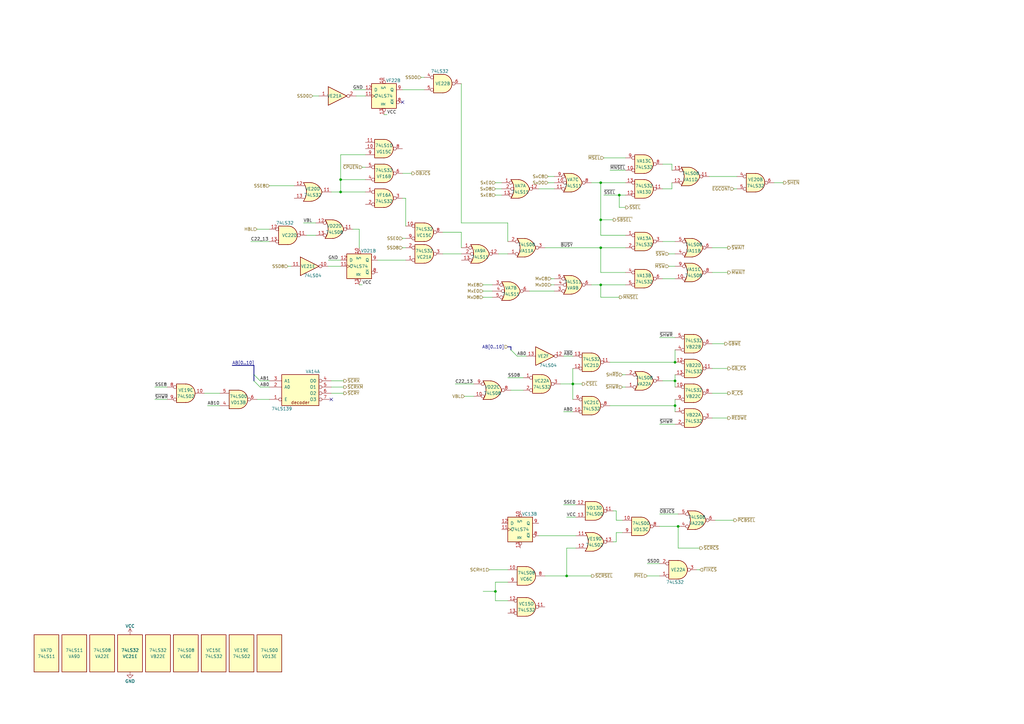
<source format=kicad_sch>
(kicad_sch (version 20231120) (generator "eeschema") (generator_version "8.0")
  (paper "A3")
  (title_block (date "2024-10-12") (company "JOTEGO") (comment 1 "Jose Tejada"))
  (lib_symbols
    (symbol "74xx:74LS04"
      (property "Reference" "U" (at 0 1.27 0))
      (property "Value" "74LS04" (at 0 -1.27 0))
      (symbol "74LS04_1_0"
        (pin input line (at -7.62 0 0) (length 3.81) (name "~") (number "1"))
        (pin output inverted (at 7.62 0 180) (length 3.81) (name "~") (number "2"))
      )
      (symbol "74LS04_2_0"
        (pin input line (at -7.62 0 0) (length 3.81) (name "~") (number "3"))
        (pin output inverted (at 7.62 0 180) (length 3.81) (name "~") (number "4"))
      )
      (symbol "74LS04_3_0"
        (pin input line (at -7.62 0 0) (length 3.81) (name "~") (number "5"))
        (pin output inverted (at 7.62 0 180) (length 3.81) (name "~") (number "6"))
      )
      (symbol "74LS04_4_0"
        (pin output inverted (at 7.62 0 180) (length 3.81) (name "~") (number "8"))
        (pin input line (at -7.62 0 0) (length 3.81) (name "~") (number "9"))
      )
      (symbol "74LS04_5_0"
        (pin output inverted (at 7.62 0 180) (length 3.81) (name "~") (number "10"))
        (pin input line (at -7.62 0 0) (length 3.81) (name "~") (number "11"))
      )
      (symbol "74LS04_6_0"
        (pin output inverted (at 7.62 0 180) (length 3.81) (name "~") (number "12"))
        (pin input line (at -7.62 0 0) (length 3.81) (name "~") (number "13"))
      )
      (symbol "74LS04_7_0"
        (pin power_in line (at 0 12.7 270) (length 5.08) (name "VCC") (number "14"))
        (pin power_in line (at 0 -12.7 90) (length 5.08) (name "GND") (number "7"))
      )
    )
    (symbol "jt74:74LS00" (pin_names (offset 1.016))
      (property "Reference" "U" (at 0 1.27 0))
      (property "Value" "74LS00" (at 0 -1.27 0))
      (symbol "74LS00_1_1"
        (pin input line (at -7.62 2.54 0) (length 3.81) (name "~") (number "1"))
        (pin input line (at -7.62 -2.54 0) (length 3.81) (name "~") (number "2"))
        (pin output inverted (at 7.62 0 180) (length 3.81) (name "~") (number "3"))
      )
      (symbol "74LS00_1_2"
        (pin input inverted (at -7.62 2.54 0) (length 4.318) (name "~") (number "1"))
        (pin input inverted (at -7.62 -2.54 0) (length 4.318) (name "~") (number "2"))
        (pin output line (at 7.62 0 180) (length 3.81) (name "~") (number "3"))
      )
      (symbol "74LS00_2_1"
        (pin input line (at -7.62 2.54 0) (length 3.81) (name "~") (number "4"))
        (pin input line (at -7.62 -2.54 0) (length 3.81) (name "~") (number "5"))
        (pin output inverted (at 7.62 0 180) (length 3.81) (name "~") (number "6"))
      )
      (symbol "74LS00_2_2"
        (pin input inverted (at -7.62 2.54 0) (length 4.318) (name "~") (number "4"))
        (pin input inverted (at -7.62 -2.54 0) (length 4.318) (name "~") (number "5"))
        (pin output line (at 7.62 0 180) (length 3.81) (name "~") (number "6"))
      )
      (symbol "74LS00_3_1"
        (pin input line (at -7.62 -2.54 0) (length 3.81) (name "~") (number "10"))
        (pin output inverted (at 7.62 0 180) (length 3.81) (name "~") (number "8"))
        (pin input line (at -7.62 2.54 0) (length 3.81) (name "~") (number "9"))
      )
      (symbol "74LS00_3_2"
        (pin input inverted (at -7.62 -2.54 0) (length 4.318) (name "~") (number "10"))
        (pin output line (at 7.62 0 180) (length 3.81) (name "~") (number "8"))
        (pin input inverted (at -7.62 2.54 0) (length 4.318) (name "~") (number "9"))
      )
      (symbol "74LS00_4_1"
        (pin output inverted (at 7.62 0 180) (length 3.81) (name "~") (number "11"))
        (pin input line (at -7.62 2.54 0) (length 3.81) (name "~") (number "12"))
        (pin input line (at -7.62 -2.54 0) (length 3.81) (name "~") (number "13"))
      )
      (symbol "74LS00_4_2"
        (pin output line (at 7.62 0 180) (length 3.81) (name "~") (number "11"))
        (pin input inverted (at -7.62 2.54 0) (length 4.318) (name "~") (number "12"))
        (pin input inverted (at -7.62 -2.54 0) (length 4.318) (name "~") (number "13"))
      )
      (symbol "74LS00_5_0"
        (pin power_in line (at 0 7.62 270) (length 5.08) hide (name "VCC") (number "14"))
        (pin power_in line (at 0 -7.62 90) (length 5.08) hide (name "VSS") (number "7"))
      )
    )
    (symbol "jt74:74LS02" (pin_names (offset 1.016))
      (property "Reference" "U" (at 0 1.27 0))
      (property "Value" "74LS02" (at 0 -1.27 0))
      (symbol "74LS02_1_1"
        (pin output inverted (at 7.62 0 180) (length 3.81) (name "~") (number "1"))
        (pin input line (at -7.62 2.54 0) (length 4.318) (name "~") (number "2"))
        (pin input line (at -7.62 -2.54 0) (length 4.318) (name "~") (number "3"))
      )
      (symbol "74LS02_1_2"
        (pin output line (at 7.62 0 180) (length 3.81) (name "~") (number "1"))
        (pin input inverted (at -7.62 2.54 0) (length 3.81) (name "~") (number "2"))
        (pin input inverted (at -7.62 -2.54 0) (length 3.81) (name "~") (number "3"))
      )
      (symbol "74LS02_2_1"
        (pin output inverted (at 7.62 0 180) (length 3.81) (name "~") (number "4"))
        (pin input line (at -7.62 2.54 0) (length 4.318) (name "~") (number "5"))
        (pin input line (at -7.62 -2.54 0) (length 4.318) (name "~") (number "6"))
      )
      (symbol "74LS02_2_2"
        (pin output line (at 7.62 0 180) (length 3.81) (name "~") (number "4"))
        (pin input inverted (at -7.62 2.54 0) (length 3.81) (name "~") (number "5"))
        (pin input inverted (at -7.62 -2.54 0) (length 3.81) (name "~") (number "6"))
      )
      (symbol "74LS02_3_1"
        (pin output inverted (at 7.62 0 180) (length 3.81) (name "~") (number "10"))
        (pin input line (at -7.62 2.54 0) (length 4.318) (name "~") (number "8"))
        (pin input line (at -7.62 -2.54 0) (length 4.318) (name "~") (number "9"))
      )
      (symbol "74LS02_3_2"
        (pin output line (at 7.62 0 180) (length 3.81) (name "~") (number "10"))
        (pin input inverted (at -7.62 2.54 0) (length 3.81) (name "~") (number "8"))
        (pin input inverted (at -7.62 -2.54 0) (length 3.81) (name "~") (number "9"))
      )
      (symbol "74LS02_4_1"
        (pin input line (at -7.62 2.54 0) (length 4.318) (name "~") (number "11"))
        (pin input line (at -7.62 -2.54 0) (length 4.318) (name "~") (number "12"))
        (pin output inverted (at 7.62 0 180) (length 3.81) (name "~") (number "13"))
      )
      (symbol "74LS02_4_2"
        (pin input inverted (at -7.62 2.54 0) (length 3.81) (name "~") (number "11"))
        (pin input inverted (at -7.62 -2.54 0) (length 3.81) (name "~") (number "12"))
        (pin output line (at 7.62 0 180) (length 3.81) (name "~") (number "13"))
      )
      (symbol "74LS02_5_0"
        (pin power_in line (at 0 7.62 270) (length 5.08) hide (name "VCC") (number "14"))
        (pin power_in line (at 0 -7.62 90) (length 5.08) hide (name "VSS") (number "7"))
      )
    )
    (symbol "jt74:74LS08" (pin_names (offset 1.016))
      (property "Reference" "U" (at 0 1.27 0))
      (property "Value" "74LS08" (at 0 -1.27 0))
      (symbol "74LS08_1_1"
        (pin input line (at -7.62 2.54 0) (length 3.81) (name "~") (number "1"))
        (pin input line (at -7.62 -2.54 0) (length 3.81) (name "~") (number "2"))
        (pin output line (at 7.62 0 180) (length 3.81) (name "~") (number "3"))
      )
      (symbol "74LS08_1_2"
        (pin input inverted (at -7.62 2.54 0) (length 4.318) (name "~") (number "1"))
        (pin input inverted (at -7.62 -2.54 0) (length 4.318) (name "~") (number "2"))
        (pin output inverted (at 7.62 0 180) (length 3.81) (name "~") (number "3"))
      )
      (symbol "74LS08_2_1"
        (pin input line (at -7.62 2.54 0) (length 3.81) (name "~") (number "4"))
        (pin input line (at -7.62 -2.54 0) (length 3.81) (name "~") (number "5"))
        (pin output line (at 7.62 0 180) (length 3.81) (name "~") (number "6"))
      )
      (symbol "74LS08_2_2"
        (pin input inverted (at -7.62 2.54 0) (length 4.318) (name "~") (number "4"))
        (pin input inverted (at -7.62 -2.54 0) (length 4.318) (name "~") (number "5"))
        (pin output inverted (at 7.62 0 180) (length 3.81) (name "~") (number "6"))
      )
      (symbol "74LS08_3_1"
        (pin input line (at -7.62 -2.54 0) (length 3.81) (name "~") (number "10"))
        (pin output line (at 7.62 0 180) (length 3.81) (name "~") (number "8"))
        (pin input line (at -7.62 2.54 0) (length 3.81) (name "~") (number "9"))
      )
      (symbol "74LS08_3_2"
        (pin input inverted (at -7.62 -2.54 0) (length 4.318) (name "~") (number "10"))
        (pin output inverted (at 7.62 0 180) (length 3.81) (name "~") (number "8"))
        (pin input inverted (at -7.62 2.54 0) (length 4.318) (name "~") (number "9"))
      )
      (symbol "74LS08_4_1"
        (pin output line (at 7.62 0 180) (length 3.81) (name "~") (number "11"))
        (pin input line (at -7.62 2.54 0) (length 3.81) (name "~") (number "12"))
        (pin input line (at -7.62 -2.54 0) (length 3.81) (name "~") (number "13"))
      )
      (symbol "74LS08_4_2"
        (pin output inverted (at 7.62 0 180) (length 3.81) (name "~") (number "11"))
        (pin input inverted (at -7.62 2.54 0) (length 4.318) (name "~") (number "12"))
        (pin input inverted (at -7.62 -2.54 0) (length 4.318) (name "~") (number "13"))
      )
      (symbol "74LS08_5_0"
        (pin power_in line (at 0 7.62 270) (length 5.08) hide (name "VCC") (number "14"))
        (pin power_in line (at 0 -7.62 90) (length 5.08) hide (name "VSS") (number "7"))
      )
    )
    (symbol "jt74:74LS10" (pin_names (offset 1.016))
      (property "Reference" "U" (at 0 1.27 0))
      (property "Value" "74LS10" (at 0 -1.27 0))
      (symbol "74LS10_1_1"
        (pin input line (at -7.62 2.54 0) (length 3.81) (name "~") (number "1"))
        (pin output inverted (at 7.62 0 180) (length 3.81) (name "~") (number "12"))
        (pin input line (at -7.62 -2.54 0) (length 3.81) (name "~") (number "13"))
        (pin input line (at -7.62 0 0) (length 3.81) (name "~") (number "2"))
      )
      (symbol "74LS10_1_2"
        (pin input inverted (at -7.62 2.54 0) (length 4.318) (name "~") (number "1"))
        (pin output line (at 7.62 0 180) (length 3.81) (name "~") (number "12"))
        (pin input inverted (at -7.62 -2.54 0) (length 4.318) (name "~") (number "13"))
        (pin input inverted (at -7.62 0 0) (length 4.953) (name "~") (number "2"))
      )
      (symbol "74LS10_2_1"
        (pin input line (at -7.62 2.54 0) (length 3.81) (name "~") (number "3"))
        (pin input line (at -7.62 0 0) (length 3.81) (name "~") (number "4"))
        (pin input line (at -7.62 -2.54 0) (length 3.81) (name "~") (number "5"))
        (pin output inverted (at 7.62 0 180) (length 3.81) (name "~") (number "6"))
      )
      (symbol "74LS10_2_2"
        (pin input inverted (at -7.62 2.54 0) (length 4.318) (name "~") (number "3"))
        (pin input inverted (at -7.62 0 0) (length 4.953) (name "~") (number "4"))
        (pin input inverted (at -7.62 -2.54 0) (length 4.318) (name "~") (number "5"))
        (pin output line (at 7.62 0 180) (length 3.81) (name "~") (number "6"))
      )
      (symbol "74LS10_3_1"
        (pin input line (at -7.62 0 0) (length 3.81) (name "~") (number "10"))
        (pin input line (at -7.62 -2.54 0) (length 3.81) (name "~") (number "11"))
        (pin output inverted (at 7.62 0 180) (length 3.81) (name "~") (number "8"))
        (pin input line (at -7.62 2.54 0) (length 3.81) (name "~") (number "9"))
      )
      (symbol "74LS10_3_2"
        (pin input inverted (at -7.62 0 0) (length 4.953) (name "~") (number "10"))
        (pin input inverted (at -7.62 -2.54 0) (length 4.318) (name "~") (number "11"))
        (pin output line (at 7.62 0 180) (length 3.81) (name "~") (number "8"))
        (pin input inverted (at -7.62 2.54 0) (length 4.318) (name "~") (number "9"))
      )
      (symbol "74LS10_4_0"
        (pin power_in line (at 0 7.62 270) (length 5.08) hide (name "VCC") (number "14"))
        (pin power_in line (at 0 -7.62 90) (length 5.08) hide (name "VSS") (number "7"))
      )
    )
    (symbol "jt74:74LS11" (pin_names (offset 1.016))
      (property "Reference" "U" (at 0 1.27 0))
      (property "Value" "74LS11" (at 0 -1.27 0))
      (symbol "74LS11_1_1"
        (pin input line (at -7.62 2.54 0) (length 3.81) (name "~") (number "1"))
        (pin output line (at 7.62 0 180) (length 3.81) (name "~") (number "12"))
        (pin input line (at -7.62 -2.54 0) (length 3.81) (name "~") (number "13"))
        (pin input line (at -7.62 0 0) (length 3.81) (name "~") (number "2"))
      )
      (symbol "74LS11_1_2"
        (pin input inverted (at -7.62 2.54 0) (length 4.318) (name "~") (number "1"))
        (pin output inverted (at 7.62 0 180) (length 3.81) (name "~") (number "12"))
        (pin input inverted (at -7.62 -2.54 0) (length 4.318) (name "~") (number "13"))
        (pin input inverted (at -7.62 0 0) (length 4.953) (name "~") (number "2"))
      )
      (symbol "74LS11_2_1"
        (pin input line (at -7.62 2.54 0) (length 3.81) (name "~") (number "3"))
        (pin input line (at -7.62 0 0) (length 3.81) (name "~") (number "4"))
        (pin input line (at -7.62 -2.54 0) (length 3.81) (name "~") (number "5"))
        (pin output line (at 7.62 0 180) (length 3.81) (name "~") (number "6"))
      )
      (symbol "74LS11_2_2"
        (pin input inverted (at -7.62 2.54 0) (length 4.318) (name "~") (number "3"))
        (pin input inverted (at -7.62 0 0) (length 4.953) (name "~") (number "4"))
        (pin input inverted (at -7.62 -2.54 0) (length 4.318) (name "~") (number "5"))
        (pin output inverted (at 7.62 0 180) (length 3.81) (name "~") (number "6"))
      )
      (symbol "74LS11_3_1"
        (pin input line (at -7.62 0 0) (length 3.81) (name "~") (number "10"))
        (pin input line (at -7.62 -2.54 0) (length 3.81) (name "~") (number "11"))
        (pin output line (at 7.62 0 180) (length 3.81) (name "~") (number "8"))
        (pin input line (at -7.62 2.54 0) (length 3.81) (name "~") (number "9"))
      )
      (symbol "74LS11_3_2"
        (pin input inverted (at -7.62 0 0) (length 4.953) (name "~") (number "10"))
        (pin input inverted (at -7.62 -2.54 0) (length 4.318) (name "~") (number "11"))
        (pin output inverted (at 7.62 0 180) (length 3.81) (name "~") (number "8"))
        (pin input inverted (at -7.62 2.54 0) (length 4.318) (name "~") (number "9"))
      )
      (symbol "74LS11_4_0"
        (pin input line (at 0 12.7 270) (length 5.08) hide (name "VCC") (number "14"))
        (pin input line (at 0 -12.7 90) (length 5.08) hide (name "GND") (number "7"))
      )
    )
    (symbol "jt74:74LS139" (pin_names (offset 1.016))
      (property "Reference" "U" (at 6.35 6.35 0))
      (property "Value" "74LS139" (at -7.62 -8.89 0))
      (symbol "74LS139_0_0"
        (text "decoder" (at 0 -6.35 0) (effects (font (size 1.27 1.27))))
      )
      (symbol "74LS139_1_0"
        (pin input inverted (at -12.7 -5.08 0) (length 5.08) (name "E") (number "1"))
        (pin input line (at -12.7 0 0) (length 5.08) (name "A0") (number "2"))
        (pin input line (at -12.7 2.54 0) (length 5.08) (name "A1") (number "3"))
        (pin output inverted (at 12.7 2.54 180) (length 5.08) (name "O0") (number "4"))
        (pin output inverted (at 12.7 0 180) (length 5.08) (name "O1") (number "5"))
        (pin output inverted (at 12.7 -2.54 180) (length 5.08) (name "O2") (number "6"))
        (pin output inverted (at 12.7 -5.08 180) (length 5.08) (name "O3") (number "7"))
      )
      (symbol "74LS139_2_0"
        (pin output inverted (at 12.7 -2.54 180) (length 5.08) (name "O2") (number "10"))
        (pin output inverted (at 12.7 0 180) (length 5.08) (name "O1") (number "11"))
        (pin output inverted (at 12.7 2.54 180) (length 5.08) (name "O0") (number "12"))
        (pin input line (at -12.7 2.54 0) (length 5.08) (name "A1") (number "13"))
        (pin input line (at -12.7 0 0) (length 5.08) (name "A0") (number "14"))
        (pin input inverted (at -12.7 -5.08 0) (length 5.08) (name "E") (number "15"))
        (pin output inverted (at 12.7 -5.08 180) (length 5.08) (name "O3") (number "9"))
      )
      (symbol "74LS139_3_0"
        (pin power_in line (at 0 7.62 270) (length 5.08) hide (name "VCC") (number "16"))
        (pin power_in line (at 0 -7.62 90) (length 5.08) hide (name "VSS") (number "8"))
      )
    )
    (symbol "jt74:74LS32" (pin_names (offset 1.016))
      (property "Reference" "U" (at 0 1.27 0))
      (property "Value" "74LS32" (at 0 -1.27 0))
      (symbol "74LS32_1_1"
        (pin input line (at -7.62 2.54 0) (length 4.318) (name "~") (number "1"))
        (pin input line (at -7.62 -2.54 0) (length 4.318) (name "~") (number "2"))
        (pin output line (at 7.62 0 180) (length 3.81) (name "~") (number "3"))
      )
      (symbol "74LS32_1_2"
        (pin input inverted (at -7.62 2.54 0) (length 3.81) (name "~") (number "1"))
        (pin input inverted (at -7.62 -2.54 0) (length 3.81) (name "~") (number "2"))
        (pin output inverted (at 7.62 0 180) (length 3.81) (name "~") (number "3"))
      )
      (symbol "74LS32_2_1"
        (pin input line (at -7.62 2.54 0) (length 4.318) (name "~") (number "4"))
        (pin input line (at -7.62 -2.54 0) (length 4.318) (name "~") (number "5"))
        (pin output line (at 7.62 0 180) (length 3.81) (name "~") (number "6"))
      )
      (symbol "74LS32_2_2"
        (pin input inverted (at -7.62 2.54 0) (length 3.81) (name "~") (number "4"))
        (pin input inverted (at -7.62 -2.54 0) (length 3.81) (name "~") (number "5"))
        (pin output inverted (at 7.62 0 180) (length 3.81) (name "~") (number "6"))
      )
      (symbol "74LS32_3_1"
        (pin input line (at -7.62 -2.54 0) (length 4.318) (name "~") (number "10"))
        (pin output line (at 7.62 0 180) (length 3.81) (name "~") (number "8"))
        (pin input line (at -7.62 2.54 0) (length 4.318) (name "~") (number "9"))
      )
      (symbol "74LS32_3_2"
        (pin input inverted (at -7.62 -2.54 0) (length 3.81) (name "~") (number "10"))
        (pin output inverted (at 7.62 0 180) (length 3.81) (name "~") (number "8"))
        (pin input inverted (at -7.62 2.54 0) (length 3.81) (name "~") (number "9"))
      )
      (symbol "74LS32_4_1"
        (pin output line (at 7.62 0 180) (length 3.81) (name "~") (number "11"))
        (pin input line (at -7.62 2.54 0) (length 4.318) (name "~") (number "12"))
        (pin input line (at -7.62 -2.54 0) (length 4.318) (name "~") (number "13"))
      )
      (symbol "74LS32_4_2"
        (pin output inverted (at 7.62 0 180) (length 3.81) (name "~") (number "11"))
        (pin input inverted (at -7.62 2.54 0) (length 3.81) (name "~") (number "12"))
        (pin input inverted (at -7.62 -2.54 0) (length 3.81) (name "~") (number "13"))
      )
      (symbol "74LS32_5_0"
        (pin power_in line (at 0 7.62 270) (length 5.08) hide (name "VCC") (number "14"))
        (pin power_in line (at 0 -7.62 90) (length 5.08) hide (name "VSS") (number "7"))
      )
    )
    (symbol "jt74:74LS74" (pin_names (offset 1.016))
      (property "Reference" "U" (at 0 2.54 0))
      (property "Value" "74LS74" (at 0 0 0))
      (symbol "74LS74_1_0"
        (pin input inverted (at 0 -7.62 90) (length 2.54) (name "~{R}") (number "1"))
        (pin input line (at -7.62 2.54 0) (length 2.54) (name "D") (number "2"))
        (pin input clock (at -7.62 0 0) (length 2.54) (name "C") (number "3"))
        (pin input inverted (at 0 7.62 270) (length 2.54) (name "~{S}") (number "4"))
        (pin output line (at 7.62 2.54 180) (length 2.54) (name "Q") (number "5"))
        (pin output line (at 7.62 -2.54 180) (length 2.54) (name "~{Q}") (number "6"))
      )
      (symbol "74LS74_2_0"
        (pin input clock (at -7.62 0 0) (length 2.54) (name "C") (number "11"))
        (pin input line (at -7.62 2.54 0) (length 2.54) (name "D") (number "12"))
        (pin input inverted (at 0 -7.62 90) (length 2.54) (name "~{R}") (number "13"))
        (pin output inverted (at 7.62 -2.54 180) (length 2.54) (name "~{Q}") (number "8"))
        (pin output line (at 7.62 2.54 180) (length 2.54) (name "Q") (number "9"))
      )
      (symbol "74LS74_2_1"
        (pin input inverted (at 0 7.62 270) (length 2.54) (name "~{S}") (number "10"))
      )
      (symbol "74LS74_3_0"
        (pin power_in line (at 0 7.62 270) (length 2.54) hide (name "VCC") (number "14"))
        (pin power_in line (at 0 -7.62 90) (length 2.54) hide (name "VSS") (number "7"))
      )
    )
    (symbol "power:GND" (power) (pin_numbers hide) (pin_names (offset 0) hide)
      (property "Value" "GND" (at 0 -3.81 0))
      (symbol "GND_1_1"
        (pin power_in line (at 0 0 270) (length 0) (name "~") (number "1"))
      )
    )
    (symbol "power:VCC" (power) (pin_numbers hide) (pin_names (offset 0) hide)
      (property "Value" "VCC" (at 0 3.556 0))
      (symbol "VCC_1_1"
        (pin power_in line (at 0 0 90) (length 0) (name "~") (number "1"))
      )
    )
  )
  (junction (at 232.41 236.22))
  (junction (at 203.2 242.57))
  (junction (at 246.38 74.93))
  (junction (at 246.38 90.17))
  (junction (at 276.86 166.37))
  (junction (at 278.13 215.9))
  (junction (at 139.7 78.74))
  (junction (at 234.95 157.48))
  (junction (at 276.86 148.59))
  (junction (at 254 80.01))
  (junction (at 139.7 73.66))
  (junction (at 246.38 116.84))
  (junction (at 246.38 101.6))
  (junction (at 276.86 156.21))
  (no_connect (at 165.1 41.91))
  (no_connect (at 135.89 163.83))
  (bus_entry (at 209.55 143.51) (size 2.54 2.54))
  (bus_entry (at 104.14 156.21) (size 2.54 2.54))
  (bus_entry (at 104.14 153.67) (size 2.54 2.54))
  (wire (pts (xy 252.73 218.44) (xy 255.27 218.44)))
  (wire (pts (xy 158.75 46.99) (xy 157.48 46.99)))
  (wire (pts (xy 181.61 104.14) (xy 189.23 104.14)))
  (wire (pts (xy 276.86 156.21) (xy 276.86 158.75)))
  (wire (pts (xy 271.78 156.21) (xy 276.86 156.21)))
  (wire (pts (xy 231.14 168.91) (xy 234.95 168.91)))
  (bus (pts (xy 209.55 142.24) (xy 208.28 142.24)))
  (wire (pts (xy 139.7 78.74) (xy 149.86 78.74)))
  (wire (pts (xy 106.68 158.75) (xy 110.49 158.75)))
  (wire (pts (xy 147.32 93.98) (xy 144.78 93.98)))
  (wire (pts (xy 276.86 163.83) (xy 276.86 166.37)))
  (wire (pts (xy 217.17 119.38) (xy 227.33 119.38)))
  (wire (pts (xy 148.59 116.84) (xy 147.32 116.84)))
  (wire (pts (xy 165.1 101.6) (xy 166.37 101.6)))
  (wire (pts (xy 300.99 77.47) (xy 302.26 77.47)))
  (wire (pts (xy 181.61 95.25) (xy 189.23 95.25)))
  (wire (pts (xy 278.13 224.79) (xy 287.02 224.79)))
  (wire (pts (xy 276.86 153.67) (xy 276.86 156.21)))
  (wire (pts (xy 246.38 101.6) (xy 246.38 111.76)))
  (wire (pts (xy 292.1 151.13) (xy 298.45 151.13)))
  (wire (pts (xy 274.32 104.14) (xy 276.86 104.14)))
  (bus (pts (xy 104.14 153.67) (xy 104.14 149.86)))
  (wire (pts (xy 274.32 109.22) (xy 276.86 109.22)))
  (wire (pts (xy 148.59 68.58) (xy 149.86 68.58)))
  (wire (pts (xy 292.1 111.76) (xy 298.45 111.76)))
  (wire (pts (xy 271.78 99.06) (xy 276.86 99.06)))
  (wire (pts (xy 224.79 72.39) (xy 227.33 72.39)))
  (wire (pts (xy 223.52 101.6) (xy 246.38 101.6)))
  (wire (pts (xy 147.32 101.6) (xy 147.32 93.98)))
  (wire (pts (xy 110.49 76.2) (xy 120.65 76.2)))
  (wire (pts (xy 252.73 209.55) (xy 251.46 209.55)))
  (wire (pts (xy 229.87 157.48) (xy 234.95 157.48)))
  (wire (pts (xy 203.2 80.01) (xy 205.74 80.01)))
  (wire (pts (xy 172.72 31.75) (xy 173.99 31.75)))
  (wire (pts (xy 246.38 74.93) (xy 256.54 74.93)))
  (wire (pts (xy 134.62 106.68) (xy 139.7 106.68)))
  (wire (pts (xy 285.75 233.68) (xy 287.02 233.68)))
  (bus (pts (xy 104.14 156.21) (xy 104.14 153.67)))
  (wire (pts (xy 208.28 91.44) (xy 208.28 99.06)))
  (wire (pts (xy 232.41 224.79) (xy 232.41 236.22)))
  (wire (pts (xy 139.7 63.5) (xy 149.86 63.5)))
  (wire (pts (xy 186.69 157.48) (xy 194.31 157.48)))
  (wire (pts (xy 290.83 72.39) (xy 302.26 72.39)))
  (wire (pts (xy 144.78 36.83) (xy 149.86 36.83)))
  (wire (pts (xy 220.98 77.47) (xy 227.33 77.47)))
  (wire (pts (xy 292.1 161.29) (xy 298.45 161.29)))
  (wire (pts (xy 203.2 74.93) (xy 205.74 74.93)))
  (wire (pts (xy 247.65 64.77) (xy 256.54 64.77)))
  (wire (pts (xy 251.46 222.25) (xy 252.73 222.25)))
  (wire (pts (xy 124.46 91.44) (xy 129.54 91.44)))
  (wire (pts (xy 234.95 151.13) (xy 234.95 157.48)))
  (wire (pts (xy 105.41 163.83) (xy 110.49 163.83)))
  (wire (pts (xy 154.94 106.68) (xy 166.37 106.68)))
  (wire (pts (xy 246.38 90.17) (xy 251.46 90.17)))
  (wire (pts (xy 226.06 114.3) (xy 227.33 114.3)))
  (wire (pts (xy 246.38 90.17) (xy 246.38 74.93)))
  (wire (pts (xy 254 80.01) (xy 256.54 80.01)))
  (wire (pts (xy 276.86 143.51) (xy 276.86 148.59)))
  (wire (pts (xy 135.89 156.21) (xy 140.97 156.21)))
  (bus (pts (xy 209.55 143.51) (xy 209.55 142.24)))
  (wire (pts (xy 139.7 73.66) (xy 139.7 63.5)))
  (wire (pts (xy 165.1 71.12) (xy 168.91 71.12)))
  (wire (pts (xy 189.23 34.29) (xy 189.23 91.44)))
  (wire (pts (xy 200.66 233.68) (xy 208.28 233.68)))
  (wire (pts (xy 204.47 104.14) (xy 208.28 104.14)))
  (wire (pts (xy 252.73 213.36) (xy 255.27 213.36)))
  (wire (pts (xy 135.89 161.29) (xy 140.97 161.29)))
  (wire (pts (xy 254 80.01) (xy 254 85.09)))
  (wire (pts (xy 203.2 242.57) (xy 203.2 246.38)))
  (wire (pts (xy 139.7 73.66) (xy 149.86 73.66)))
  (wire (pts (xy 292.1 101.6) (xy 298.45 101.6)))
  (wire (pts (xy 246.38 116.84) (xy 256.54 116.84)))
  (wire (pts (xy 223.52 236.22) (xy 232.41 236.22)))
  (wire (pts (xy 128.27 39.37) (xy 130.81 39.37)))
  (wire (pts (xy 165.1 97.79) (xy 166.37 97.79)))
  (wire (pts (xy 231.14 207.01) (xy 236.22 207.01)))
  (wire (pts (xy 146.05 39.37) (xy 149.86 39.37)))
  (wire (pts (xy 135.89 78.74) (xy 139.7 78.74)))
  (wire (pts (xy 166.37 81.28) (xy 166.37 92.71)))
  (wire (pts (xy 246.38 101.6) (xy 256.54 101.6)))
  (wire (pts (xy 189.23 91.44) (xy 208.28 91.44)))
  (wire (pts (xy 246.38 116.84) (xy 246.38 121.92)))
  (wire (pts (xy 102.87 99.06) (xy 110.49 99.06)))
  (wire (pts (xy 276.86 166.37) (xy 276.86 168.91)))
  (wire (pts (xy 232.41 212.09) (xy 236.22 212.09)))
  (wire (pts (xy 119.38 109.22) (xy 118.11 109.22)))
  (wire (pts (xy 278.13 215.9) (xy 278.13 224.79)))
  (wire (pts (xy 203.2 238.76) (xy 208.28 238.76)))
  (bus (pts (xy 95.25 149.86) (xy 104.14 149.86)))
  (wire (pts (xy 134.62 109.22) (xy 139.7 109.22)))
  (wire (pts (xy 234.95 157.48) (xy 238.76 157.48)))
  (wire (pts (xy 246.38 111.76) (xy 256.54 111.76)))
  (wire (pts (xy 270.51 215.9) (xy 278.13 215.9)))
  (wire (pts (xy 63.5 163.83) (xy 68.58 163.83)))
  (wire (pts (xy 189.23 95.25) (xy 189.23 101.6)))
  (wire (pts (xy 209.55 160.02) (xy 214.63 160.02)))
  (wire (pts (xy 135.89 158.75) (xy 140.97 158.75)))
  (wire (pts (xy 246.38 121.92) (xy 254 121.92)))
  (wire (pts (xy 198.12 119.38) (xy 201.93 119.38)))
  (wire (pts (xy 139.7 73.66) (xy 139.7 78.74)))
  (wire (pts (xy 208.28 154.94) (xy 214.63 154.94)))
  (wire (pts (xy 250.19 69.85) (xy 256.54 69.85)))
  (wire (pts (xy 247.65 80.01) (xy 254 80.01)))
  (wire (pts (xy 265.43 236.22) (xy 270.51 236.22)))
  (wire (pts (xy 232.41 236.22) (xy 242.57 236.22)))
  (wire (pts (xy 265.43 231.14) (xy 270.51 231.14)))
  (wire (pts (xy 275.59 74.93) (xy 275.59 77.47)))
  (wire (pts (xy 220.98 219.71) (xy 236.22 219.71)))
  (wire (pts (xy 234.95 157.48) (xy 234.95 163.83)))
  (wire (pts (xy 275.59 77.47) (xy 271.78 77.47)))
  (wire (pts (xy 83.82 161.29) (xy 90.17 161.29)))
  (wire (pts (xy 203.2 77.47) (xy 205.74 77.47)))
  (wire (pts (xy 63.5 158.75) (xy 68.58 158.75)))
  (wire (pts (xy 271.78 67.31) (xy 275.59 67.31)))
  (wire (pts (xy 252.73 209.55) (xy 252.73 213.36)))
  (wire (pts (xy 198.12 121.92) (xy 201.93 121.92)))
  (wire (pts (xy 203.2 246.38) (xy 208.28 246.38)))
  (wire (pts (xy 270.51 210.82) (xy 278.13 210.82)))
  (wire (pts (xy 250.19 148.59) (xy 276.86 148.59)))
  (wire (pts (xy 224.79 74.93) (xy 227.33 74.93)))
  (wire (pts (xy 165.1 81.28) (xy 166.37 81.28)))
  (wire (pts (xy 198.12 116.84) (xy 201.93 116.84)))
  (wire (pts (xy 271.78 114.3) (xy 276.86 114.3)))
  (wire (pts (xy 242.57 74.93) (xy 246.38 74.93)))
  (wire (pts (xy 292.1 140.97) (xy 297.18 140.97)))
  (wire (pts (xy 165.1 36.83) (xy 173.99 36.83)))
  (wire (pts (xy 317.5 74.93) (xy 321.31 74.93)))
  (wire (pts (xy 242.57 116.84) (xy 246.38 116.84)))
  (wire (pts (xy 125.73 96.52) (xy 129.54 96.52)))
  (wire (pts (xy 292.1 171.45) (xy 298.45 171.45)))
  (wire (pts (xy 250.19 166.37) (xy 276.86 166.37)))
  (wire (pts (xy 252.73 222.25) (xy 252.73 218.44)))
  (wire (pts (xy 270.51 138.43) (xy 276.86 138.43)))
  (wire (pts (xy 85.09 166.37) (xy 90.17 166.37)))
  (wire (pts (xy 203.2 238.76) (xy 203.2 242.57)))
  (wire (pts (xy 256.54 96.52) (xy 246.38 96.52)))
  (wire (pts (xy 232.41 224.79) (xy 236.22 224.79)))
  (wire (pts (xy 198.12 242.57) (xy 203.2 242.57)))
  (wire (pts (xy 106.68 156.21) (xy 110.49 156.21)))
  (wire (pts (xy 254 85.09) (xy 256.54 85.09)))
  (wire (pts (xy 270.51 173.99) (xy 276.86 173.99)))
  (wire (pts (xy 226.06 116.84) (xy 227.33 116.84)))
  (wire (pts (xy 212.09 146.05) (xy 215.9 146.05)))
  (wire (pts (xy 105.41 93.98) (xy 110.49 93.98)))
  (wire (pts (xy 293.37 213.36) (xy 300.99 213.36)))
  (wire (pts (xy 255.27 153.67) (xy 256.54 153.67)))
  (wire (pts (xy 246.38 96.52) (xy 246.38 90.17)))
  (wire (pts (xy 255.27 158.75) (xy 256.54 158.75)))
  (wire (pts (xy 275.59 69.85) (xy 275.59 67.31)))
  (wire (pts (xy 231.14 146.05) (xy 234.95 146.05)))
  (wire (pts (xy 190.5 162.56) (xy 194.31 162.56)))
  (label "~{AB0}" (at 234.95 146.05 180))
  (label "~{MNSEL}" (at 250.19 69.85 0))
  (label "SSE0" (at 231.14 207.01 0))
  (label "VCC" (at 148.59 116.84 0))
  (label "C22_13" (at 186.69 157.48 0))
  (label "VCC" (at 232.41 212.09 0))
  (label "AB[0..10]" (at 95.25 149.86 0))
  (label "SSE8" (at 63.5 158.75 0))
  (label "AB0" (at 212.09 146.05 0))
  (label "~{OBJCS}" (at 270.51 210.82 0))
  (label "GND" (at 134.62 106.68 0))
  (label "~{SSEL}" (at 247.65 80.01 0))
  (label "AB0" (at 106.68 158.75 0))
  (label "VCC" (at 158.75 46.99 0))
  (label "~{BUSY}" (at 229.87 101.6 0))
  (label "AB10" (at 85.09 166.37 0))
  (label "VBL" (at 124.46 91.44 0))
  (label "~{SHWR}" (at 270.51 138.43 0))
  (label "SSD0" (at 265.43 231.14 0))
  (label "~{SHWR}" (at 63.5 163.83 0))
  (label "GND" (at 144.78 36.83 0))
  (label "C22_13" (at 102.87 99.06 0))
  (label "AB1" (at 106.68 156.21 0))
  (label "SSD8" (at 208.28 154.94 0))
  (label "~{SHWR}" (at 270.51 173.99 0))
  (label "AB0" (at 231.14 168.91 0))
  (hierarchical_label "AB[0..10]" (shape input) (at 208.28 142.24 180))
  (hierarchical_label "~{SCRXM}" (shape output) (at 140.97 158.75 0))
  (hierarchical_label "~{MWAIT}" (shape output) (at 298.45 111.76 0))
  (hierarchical_label "SSD8" (shape input) (at 165.1 101.6 180))
  (hierarchical_label "~{PH1}" (shape input) (at 265.43 236.22 180))
  (hierarchical_label "~{GB_CS}" (shape output) (at 298.45 151.13 0))
  (hierarchical_label "~{REDWE}" (shape output) (at 298.45 171.45 0))
  (hierarchical_label "SSD8" (shape input) (at 118.11 109.22 180))
  (hierarchical_label "~{SCRX}" (shape output) (at 140.97 156.21 0))
  (hierarchical_label "SxE8" (shape input) (at 203.2 80.01 180))
  (hierarchical_label "MxC8" (shape input) (at 226.06 114.3 180))
  (hierarchical_label "~{SSEL}" (shape output) (at 256.54 85.09 0))
  (hierarchical_label "~{SHEN}" (shape output) (at 321.31 74.93 0))
  (hierarchical_label "~{OBJCS}" (shape output) (at 168.91 71.12 0))
  (hierarchical_label "MxD8" (shape input) (at 198.12 121.92 180))
  (hierarchical_label "~{CSEL}" (shape output) (at 238.76 157.48 0))
  (hierarchical_label "~{EGCONT}" (shape input) (at 300.99 77.47 180))
  (hierarchical_label "~{R_CS}" (shape output) (at 298.45 161.29 0))
  (hierarchical_label "~{SHWR}" (shape input) (at 255.27 158.75 180))
  (hierarchical_label "~{MSEL}" (shape input) (at 247.65 64.77 180))
  (hierarchical_label "~{MNSEL}" (shape output) (at 254 121.92 0))
  (hierarchical_label "SxD8" (shape input) (at 203.2 77.47 180))
  (hierarchical_label "SSE8" (shape input) (at 110.49 76.2 180))
  (hierarchical_label "SxD0" (shape input) (at 224.79 74.93 180))
  (hierarchical_label "MxD0" (shape input) (at 226.06 116.84 180))
  (hierarchical_label "SSE0" (shape input) (at 165.1 97.79 180))
  (hierarchical_label "SSD0" (shape input) (at 128.27 39.37 180))
  (hierarchical_label "~{SCRCS}" (shape output) (at 287.02 224.79 0))
  (hierarchical_label "~{SBSEL'}" (shape output) (at 251.46 90.17 0))
  (hierarchical_label "~{PCBSEL}" (shape output) (at 300.99 213.36 0))
  (hierarchical_label "SSD0" (shape input) (at 172.72 31.75 180))
  (hierarchical_label "HBL" (shape input) (at 105.41 93.98 180))
  (hierarchical_label "SxC8" (shape input) (at 224.79 72.39 180))
  (hierarchical_label "~{FIXCS}" (shape input) (at 287.02 233.68 0))
  (hierarchical_label "~{SWAIT}" (shape output) (at 298.45 101.6 0))
  (hierarchical_label "SH~{RD}" (shape input) (at 255.27 153.67 180))
  (hierarchical_label "SxE0" (shape input) (at 203.2 74.93 180))
  (hierarchical_label "~{SSW}" (shape input) (at 274.32 104.14 180))
  (hierarchical_label "MxE0" (shape input) (at 198.12 119.38 180))
  (hierarchical_label "~{GBWE}" (shape output) (at 297.18 140.97 0))
  (hierarchical_label "~{CPUEN}" (shape input) (at 148.59 68.58 180))
  (hierarchical_label "MxE8" (shape input) (at 198.12 116.84 180))
  (hierarchical_label "SCRH1" (shape input) (at 200.66 233.68 180))
  (hierarchical_label "~{SCRY}" (shape output) (at 140.97 161.29 0))
  (hierarchical_label "VBL" (shape input) (at 190.5 162.56 180))
  (hierarchical_label "~{SCRSEL}" (shape output) (at 242.57 236.22 0))
  (hierarchical_label "~{MSW}" (shape input) (at 274.32 109.22 180))
  (symbol (lib_id "jt74:74LS32") (at 264.16 77.47 0) (mirror x) (unit 4) (convert 2)
    (property "Reference" "VA13" (at 264.16 78.74 0))
    (property "Value" "74LS32" (at 264.16 76.2 0))
    (property "Datasheet" "http://www.ti.com/lit/gpn/sn74LS32" (effects (hide yes)))
    (property "Description" "Quad 2-input OR" (effects (hide yes)))
  )
  (symbol (lib_id "jt74:74LS32") (at 242.57 148.59 0) (mirror x) (unit 4) (convert 2)
    (property "Reference" "VC21" (at 242.57 149.86 0))
    (property "Value" "74LS32" (at 242.57 147.32 0))
    (property "Datasheet" "http://www.ti.com/lit/gpn/sn74LS32" (effects (hide yes)))
    (property "Description" "Quad 2-input OR" (effects (hide yes)))
  )
  (symbol (lib_id "74xx:74LS04") (at 127 109.22 0) (unit 5)
    (property "Reference" "VE21" (at 126.365 109.22 0))
    (property "Value" "74LS04" (at 128.27 113.03 0))
    (property "Datasheet" "http://www.ti.com/lit/gpn/sn74LS04" (effects (hide yes)))
    (property "Description" "Hex Inverter" (effects (hide yes)))
  )
  (symbol (lib_id "jt74:74LS00") (at 97.79 163.83 0) (mirror x) (unit 2)
    (property "Reference" "VD13" (at 97.79 165.1 0))
    (property "Value" "74LS00" (at 97.79 162.56 0))
    (property "Datasheet" "http://www.ti.com/lit/gpn/sn74ls00" (effects (hide yes)))
    (property "Description" "quad 2-input NAND gate" (effects (hide yes)))
  )
  (symbol (lib_id "jt74:74LS74") (at 213.36 217.17 0) (unit 2)
    (property "Reference" "VC13" (at 217.17 210.82 0))
    (property "Value" "74LS74" (at 213.36 217.17 0))
    (property "Datasheet" "74xx/74hc_hct74.pdf" (effects (hide yes)))
    (property "Description" "Dual D Flip-flop, Set & Reset" (effects (hide yes)))
  )
  (symbol (lib_id "jt74:74LS32") (at 53.34 267.97 0) (mirror x) (unit 5)
    (property "Reference" "VC21" (at 53.34 269.24 0))
    (property "Value" "74LS32" (at 53.34 266.7 0))
    (property "Datasheet" "http://www.ti.com/lit/gpn/sn74LS32" (effects (hide yes)))
    (property "Description" "Quad 2-input OR" (effects (hide yes)))
  )
  (symbol (lib_id "jt74:74LS08") (at 284.48 101.6 0) (mirror x) (unit 2) (convert 2)
    (property "Reference" "VA11" (at 284.48 102.87 0))
    (property "Value" "74LS08" (at 284.48 100.33 0))
    (property "Datasheet" "http://www.ti.com/lit/gpn/sn74LS08" (effects (hide yes)))
    (property "Description" "Quad And2" (effects (hide yes)))
  )
  (symbol (lib_id "jt74:74LS08") (at 283.21 72.39 0) (mirror x) (unit 4) (convert 2)
    (property "Reference" "VA11" (at 283.21 73.66 0))
    (property "Value" "74LS08" (at 283.21 71.12 0))
    (property "Datasheet" "http://www.ti.com/lit/gpn/sn74LS08" (effects (hide yes)))
    (property "Description" "Quad And2" (effects (hide yes)))
  )
  (symbol (lib_id "jt74:74LS32") (at 157.48 71.12 0) (mirror x) (unit 2) (convert 2)
    (property "Reference" "VF16" (at 157.48 72.39 0))
    (property "Value" "74LS32" (at 157.48 69.85 0))
    (property "Datasheet" "http://www.ti.com/lit/gpn/sn74LS32" (effects (hide yes)))
    (property "Description" "Quad 2-input OR" (effects (hide yes)))
  )
  (symbol (lib_id "power:GND") (at 53.34 275.59 0) (unit 1)
    (property "Reference" "#PWR034" (effects (hide yes)))
    (property "Value" "GND" (at 53.34 279.4 0))
    (property "Description" "Power symbol creates a global label with name \"GND\" , ground" (effects (hide yes)))
  )
  (symbol (lib_id "jt74:74LS08") (at 284.48 111.76 0) (unit 3) (convert 2)
    (property "Reference" "VA11" (at 284.48 110.49 0))
    (property "Value" "74LS08" (at 284.48 113.03 0))
    (property "Datasheet" "http://www.ti.com/lit/gpn/sn74LS08" (effects (hide yes)))
    (property "Description" "Quad And2" (effects (hide yes)))
  )
  (symbol (lib_id "jt74:74LS32") (at 128.27 78.74 0) (unit 4)
    (property "Reference" "VE20" (at 128.27 77.47 0))
    (property "Value" "74LS32" (at 128.27 80.01 0))
    (property "Datasheet" "http://www.ti.com/lit/gpn/sn74LS32" (effects (hide yes)))
    (property "Description" "Quad 2-input OR" (effects (hide yes)))
  )
  (symbol (lib_id "74xx:74LS04") (at 138.43 39.37 0) (unit 1)
    (property "Reference" "VE21" (at 137.16 39.37 0))
    (property "Value" "74LS04" (effects (hide yes)))
    (property "Datasheet" "http://www.ti.com/lit/gpn/sn74LS04" (effects (hide yes)))
    (property "Description" "Hex Inverter" (effects (hide yes)))
  )
  (symbol (lib_id "jt74:74LS08") (at 215.9 101.6 0) (mirror x) (unit 1) (convert 2)
    (property "Reference" "VA11" (at 215.9 102.87 0))
    (property "Value" "74LS08" (at 215.9 100.33 0))
    (property "Datasheet" "http://www.ti.com/lit/gpn/sn74LS08" (effects (hide yes)))
    (property "Description" "Quad And2" (effects (hide yes)))
  )
  (symbol (lib_id "jt74:74LS32") (at 309.88 74.93 0) (unit 2) (convert 2)
    (property "Reference" "VE20" (at 309.88 73.66 0))
    (property "Value" "74LS32" (at 309.88 76.2 0))
    (property "Datasheet" "http://www.ti.com/lit/gpn/sn74LS32" (effects (hide yes)))
    (property "Description" "Quad 2-input OR" (effects (hide yes)))
  )
  (symbol (lib_id "jt74:74LS02") (at 243.84 222.25 0) (unit 4)
    (property "Reference" "VE19" (at 243.84 220.98 0))
    (property "Value" "74LS02" (at 243.84 223.52 0))
    (property "Datasheet" "http://www.ti.com/lit/gpn/sn74ls02" (effects (hide yes)))
    (property "Description" "quad 2-input NOR gate" (effects (hide yes)))
  )
  (symbol (lib_id "jt74:74LS10") (at 157.48 60.96 0) (mirror x) (unit 3)
    (property "Reference" "VG15" (at 157.48 62.23 0))
    (property "Value" "74LS10" (at 157.48 59.69 0))
    (property "Datasheet" "http://www.ti.com/lit/gpn/sn74LS10" (effects (hide yes)))
    (property "Description" "Triple 3-input NAND" (effects (hide yes)))
  )
  (symbol (lib_id "jt74:74LS00") (at 110.49 267.97 0) (mirror x) (unit 5)
    (property "Reference" "VD13" (at 110.49 269.24 0))
    (property "Value" "74LS00" (at 110.49 266.7 0))
    (property "Datasheet" "http://www.ti.com/lit/gpn/sn74ls00" (effects (hide yes)))
    (property "Description" "quad 2-input NAND gate" (effects (hide yes)))
  )
  (symbol (lib_id "jt74:74LS32") (at 181.61 34.29 0) (unit 2) (convert 2)
    (property "Reference" "VE22" (at 181.61 34.29 0))
    (property "Value" "74LS32" (at 180.34 29.21 0))
    (property "Datasheet" "http://www.ti.com/lit/gpn/sn74LS32" (effects (hide yes)))
    (property "Description" "Quad 2-input OR" (effects (hide yes)))
  )
  (symbol (lib_id "jt74:74LS74") (at 157.48 39.37 0) (unit 2)
    (property "Reference" "VF22" (at 161.29 33.02 0))
    (property "Value" "74LS74" (at 157.48 39.37 0))
    (property "Datasheet" "74xx/74hc_hct74.pdf" (effects (hide yes)))
    (property "Description" "Dual D Flip-flop, Set & Reset" (effects (hide yes)))
  )
  (symbol (lib_id "jt74:74LS32") (at 222.25 157.48 0) (unit 1) (convert 2)
    (property "Reference" "VC22" (at 222.25 156.21 0))
    (property "Value" "74LS32" (at 222.25 158.75 0))
    (property "Datasheet" "http://www.ti.com/lit/gpn/sn74LS32" (effects (hide yes)))
    (property "Description" "Quad 2-input OR" (effects (hide yes)))
  )
  (symbol (lib_id "jt74:74LS32") (at 264.16 99.06 0) (unit 1) (convert 2)
    (property "Reference" "VA13" (at 264.16 97.79 0))
    (property "Value" "74LS32" (at 264.16 100.33 0))
    (property "Datasheet" "http://www.ti.com/lit/gpn/sn74LS32" (effects (hide yes)))
    (property "Description" "Quad 2-input OR" (effects (hide yes)))
  )
  (symbol (lib_id "jt74:74LS08") (at 201.93 160.02 0) (unit 3) (convert 2)
    (property "Reference" "VD22" (at 201.93 158.75 0))
    (property "Value" "74LS08" (at 201.93 161.29 0))
    (property "Datasheet" "http://www.ti.com/lit/gpn/sn74LS08" (effects (hide yes)))
    (property "Description" "Quad And2" (effects (hide yes)))
  )
  (symbol (lib_id "jt74:74LS00") (at 262.89 215.9 0) (mirror x) (unit 3)
    (property "Reference" "VD13" (at 262.89 217.17 0))
    (property "Value" "74LS00" (at 262.89 214.63 0))
    (property "Datasheet" "http://www.ti.com/lit/gpn/sn74ls00" (effects (hide yes)))
    (property "Description" "quad 2-input NAND gate" (effects (hide yes)))
  )
  (symbol (lib_id "jt74:74LS32") (at 264.16 114.3 0) (unit 2) (convert 2)
    (property "Reference" "VA13" (at 264.16 113.03 0))
    (property "Value" "74LS32" (at 264.16 115.57 0))
    (property "Datasheet" "http://www.ti.com/lit/gpn/sn74LS32" (effects (hide yes)))
    (property "Description" "Quad 2-input OR" (effects (hide yes)))
  )
  (symbol (lib_id "jt74:74LS32") (at 264.16 67.31 0) (unit 3) (convert 2)
    (property "Reference" "VA13" (at 264.16 66.04 0))
    (property "Value" "74LS32" (at 264.16 68.58 0))
    (property "Datasheet" "http://www.ti.com/lit/gpn/sn74LS32" (effects (hide yes)))
    (property "Description" "Quad 2-input OR" (effects (hide yes)))
  )
  (symbol (lib_id "jt74:74LS32") (at 118.11 96.52 0) (unit 4) (convert 2)
    (property "Reference" "VC22" (at 118.745 96.52 0))
    (property "Value" "74LS32" (at 116.84 91.44 0))
    (property "Datasheet" "http://www.ti.com/lit/gpn/sn74LS32" (effects (hide yes)))
    (property "Description" "Quad 2-input OR" (effects (hide yes)))
  )
  (symbol (lib_id "jt74:74LS32") (at 157.48 81.28 0) (unit 1) (convert 2)
    (property "Reference" "VF16" (at 157.48 80.01 0))
    (property "Value" "74LS32" (at 157.48 82.55 0))
    (property "Datasheet" "http://www.ti.com/lit/gpn/sn74LS32" (effects (hide yes)))
    (property "Description" "Quad 2-input OR" (effects (hide yes)))
  )
  (symbol (lib_id "jt74:74LS11") (at 234.95 74.93 0) (unit 3) (convert 2)
    (property "Reference" "VA7" (at 234.95 73.66 0))
    (property "Value" "74LS11" (at 234.95 76.2 0))
    (property "Datasheet" "http://www.ti.com/lit/gpn/sn74LS11" (effects (hide yes)))
    (property "Description" "Triple 3-input AND" (effects (hide yes)))
  )
  (symbol (lib_id "jt74:74LS08") (at 215.9 236.22 0) (mirror x) (unit 3)
    (property "Reference" "VC6" (at 215.9 237.49 0))
    (property "Value" "74LS08" (at 215.9 234.95 0))
    (property "Datasheet" "http://www.ti.com/lit/gpn/sn74LS08" (effects (hide yes)))
    (property "Description" "Quad And2" (effects (hide yes)))
  )
  (symbol (lib_id "jt74:74LS08") (at 41.91 267.97 0) (mirror x) (unit 5)
    (property "Reference" "VA22" (at 41.91 269.24 0))
    (property "Value" "74LS08" (at 41.91 266.7 0))
    (property "Datasheet" "http://www.ti.com/lit/gpn/sn74LS08" (effects (hide yes)))
    (property "Description" "Quad And2" (effects (hide yes)))
  )
  (symbol (lib_id "jt74:74LS11") (at 19.05 267.97 0) (unit 4)
    (property "Reference" "VA7" (at 19.05 266.7 0))
    (property "Value" "74LS11" (at 19.05 269.24 0))
    (property "Datasheet" "http://www.ti.com/lit/gpn/sn74LS11" (effects (hide yes)))
    (property "Description" "Triple 3-input AND" (effects (hide yes)))
  )
  (symbol (lib_id "jt74:74LS32") (at 284.48 140.97 0) (mirror x) (unit 2) (convert 2)
    (property "Reference" "VB22" (at 284.48 142.24 0))
    (property "Value" "74LS32" (at 284.48 139.7 0))
    (property "Datasheet" "http://www.ti.com/lit/gpn/sn74LS32" (effects (hide yes)))
    (property "Description" "Quad 2-input OR" (effects (hide yes)))
  )
  (symbol (lib_id "jt74:74LS11") (at 30.48 267.97 0) (mirror x) (unit 4)
    (property "Reference" "VA9" (at 30.48 269.24 0))
    (property "Value" "74LS11" (at 30.48 266.7 0))
    (property "Datasheet" "http://www.ti.com/lit/gpn/sn74LS11" (effects (hide yes)))
    (property "Description" "Triple 3-input AND" (effects (hide yes)))
  )
  (symbol (lib_id "jt74:74LS08") (at 264.16 156.21 0) (mirror x) (unit 1) (convert 2)
    (property "Reference" "VA22" (at 264.16 157.48 0))
    (property "Value" "74LS08" (at 264.16 154.94 0))
    (property "Datasheet" "http://www.ti.com/lit/gpn/sn74LS08" (effects (hide yes)))
    (property "Description" "Quad And2" (effects (hide yes)))
  )
  (symbol (lib_id "jt74:74LS32") (at 215.9 248.92 0) (unit 4) (convert 2)
    (property "Reference" "VC15" (at 215.9 247.65 0))
    (property "Value" "74LS32" (at 215.9 250.19 0))
    (property "Datasheet" "http://www.ti.com/lit/gpn/sn74LS32" (effects (hide yes)))
    (property "Description" "Quad 2-input OR" (effects (hide yes)))
  )
  (symbol (lib_id "jt74:74LS32") (at 284.48 161.29 0) (mirror x) (unit 3) (convert 2)
    (property "Reference" "VB22" (at 284.48 162.56 0))
    (property "Value" "74LS32" (at 284.48 160.02 0))
    (property "Datasheet" "http://www.ti.com/lit/gpn/sn74LS32" (effects (hide yes)))
    (property "Description" "Quad 2-input OR" (effects (hide yes)))
  )
  (symbol (lib_id "jt74:74LS32") (at 173.99 95.25 0) (mirror x) (unit 3) (convert 2)
    (property "Reference" "VC15" (at 173.99 96.52 0))
    (property "Value" "74LS32" (at 173.99 93.98 0))
    (property "Datasheet" "http://www.ti.com/lit/gpn/sn74LS32" (effects (hide yes)))
    (property "Description" "Quad 2-input OR" (effects (hide yes)))
  )
  (symbol (lib_id "jt74:74LS32") (at 173.99 104.14 0) (mirror x) (unit 1) (convert 2)
    (property "Reference" "VC21" (at 173.99 105.41 0))
    (property "Value" "74LS32" (at 173.99 102.87 0))
    (property "Datasheet" "http://www.ti.com/lit/gpn/sn74LS32" (effects (hide yes)))
    (property "Description" "Quad 2-input OR" (effects (hide yes)))
  )
  (symbol (lib_id "jt74:74LS32") (at 284.48 171.45 0) (unit 1) (convert 2)
    (property "Reference" "VB22" (at 284.48 170.18 0))
    (property "Value" "74LS32" (at 284.48 172.72 0))
    (property "Datasheet" "http://www.ti.com/lit/gpn/sn74LS32" (effects (hide yes)))
    (property "Description" "Quad 2-input OR" (effects (hide yes)))
  )
  (symbol (lib_id "jt74:74LS11") (at 196.85 104.14 0) (unit 1) (convert 2)
    (property "Reference" "VA9" (at 196.85 102.87 0))
    (property "Value" "74LS11" (at 196.85 105.41 0))
    (property "Datasheet" "http://www.ti.com/lit/gpn/sn74LS11" (effects (hide yes)))
    (property "Description" "Triple 3-input AND" (effects (hide yes)))
  )
  (symbol (lib_id "jt74:74LS11") (at 213.36 77.47 0) (unit 1) (convert 2)
    (property "Reference" "VA7" (at 213.36 76.2 0))
    (property "Value" "74LS11" (at 213.36 78.74 0))
    (property "Datasheet" "http://www.ti.com/lit/gpn/sn74LS11" (effects (hide yes)))
    (property "Description" "Triple 3-input AND" (effects (hide yes)))
  )
  (symbol (lib_id "jt74:74LS139") (at 123.19 158.75 0) (unit 1)
    (property "Reference" "VA14" (at 128.27 152.4 0))
    (property "Value" "74LS139" (at 115.57 167.64 0))
    (property "Datasheet" "http://www.ti.com/lit/gpn/sn74LS139" (effects (hide yes)))
    (property "Description" "Dual Decoder 1 of 4, Active low outputs" (effects (hide yes)))
  )
  (symbol (lib_id "jt74:74LS00") (at 243.84 209.55 0) (unit 4)
    (property "Reference" "VD13" (at 243.84 208.28 0))
    (property "Value" "74LS00" (at 243.84 210.82 0))
    (property "Datasheet" "http://www.ti.com/lit/gpn/sn74ls00" (effects (hide yes)))
    (property "Description" "quad 2-input NAND gate" (effects (hide yes)))
  )
  (symbol (lib_id "jt74:74LS32") (at 242.57 166.37 0) (unit 3) (convert 2)
    (property "Reference" "VC21" (at 242.57 165.1 0))
    (property "Value" "74LS32" (at 242.57 167.64 0))
    (property "Datasheet" "http://www.ti.com/lit/gpn/sn74LS32" (effects (hide yes)))
    (property "Description" "Quad 2-input OR" (effects (hide yes)))
  )
  (symbol (lib_id "jt74:74LS32") (at 284.48 151.13 0) (unit 4) (convert 2)
    (property "Reference" "VB22" (at 284.48 149.86 0))
    (property "Value" "74LS32" (at 284.48 152.4 0))
    (property "Datasheet" "http://www.ti.com/lit/gpn/sn74LS32" (effects (hide yes)))
    (property "Description" "Quad 2-input OR" (effects (hide yes)))
  )
  (symbol (lib_id "jt74:74LS11") (at 234.95 116.84 0) (mirror x) (unit 2) (convert 2)
    (property "Reference" "VA9" (at 234.95 118.11 0))
    (property "Value" "74LS11" (at 234.95 115.57 0))
    (property "Datasheet" "http://www.ti.com/lit/gpn/sn74LS11" (effects (hide yes)))
    (property "Description" "Triple 3-input AND" (effects (hide yes)))
  )
  (symbol (lib_id "jt74:74LS32") (at 64.77 267.97 0) (mirror x) (unit 5)
    (property "Reference" "VB22" (at 64.77 269.24 0))
    (property "Value" "74LS32" (at 64.77 266.7 0))
    (property "Datasheet" "http://www.ti.com/lit/gpn/sn74LS32" (effects (hide yes)))
    (property "Description" "Quad 2-input OR" (effects (hide yes)))
  )
  (symbol (lib_id "jt74:74LS32") (at 87.63 267.97 0) (unit 5)
    (property "Reference" "VC15" (at 87.63 266.7 0))
    (property "Value" "74LS32" (at 87.63 269.24 0))
    (property "Datasheet" "http://www.ti.com/lit/gpn/sn74LS32" (effects (hide yes)))
    (property "Description" "Quad 2-input OR" (effects (hide yes)))
  )
  (symbol (lib_id "74xx:74LS04") (at 223.52 146.05 0) (unit 6)
    (property "Reference" "VE2" (at 222.885 146.05 0))
    (property "Value" "74LS04" (at 224.79 149.86 0))
    (property "Datasheet" "http://www.ti.com/lit/gpn/sn74LS04" (effects (hide yes)))
    (property "Description" "Hex Inverter" (effects (hide yes)))
  )
  (symbol (lib_id "jt74:74LS08") (at 137.16 93.98 0) (unit 4) (convert 2)
    (property "Reference" "VD22" (at 137.16 92.71 0))
    (property "Value" "74LS08" (at 137.16 95.25 0))
    (property "Datasheet" "http://www.ti.com/lit/gpn/sn74LS08" (effects (hide yes)))
    (property "Description" "Quad And2" (effects (hide yes)))
  )
  (symbol (lib_id "jt74:74LS11") (at 209.55 119.38 0) (unit 2) (convert 2)
    (property "Reference" "VA7" (at 209.55 118.11 0))
    (property "Value" "74LS11" (at 209.55 120.65 0))
    (property "Datasheet" "http://www.ti.com/lit/gpn/sn74LS11" (effects (hide yes)))
    (property "Description" "Triple 3-input AND" (effects (hide yes)))
  )
  (symbol (lib_id "power:VCC") (at 53.34 260.35 0) (unit 1)
    (property "Reference" "#PWR035" (effects (hide yes)))
    (property "Value" "VCC" (at 53.34 256.794 0))
    (property "Description" "Power symbol creates a global label with name \"VCC\"" (effects (hide yes)))
  )
  (symbol (lib_id "jt74:74LS08") (at 285.75 213.36 0) (mirror x) (unit 2) (convert 2)
    (property "Reference" "VA22" (at 285.75 214.63 0))
    (property "Value" "74LS08" (at 285.75 212.09 0))
    (property "Datasheet" "http://www.ti.com/lit/gpn/sn74LS08" (effects (hide yes)))
    (property "Description" "Quad And2" (effects (hide yes)))
  )
  (symbol (lib_id "jt74:74LS02") (at 99.06 267.97 0) (unit 5)
    (property "Reference" "VE19" (at 99.06 266.7 0))
    (property "Value" "74LS02" (at 99.06 269.24 0))
    (property "Datasheet" "http://www.ti.com/lit/gpn/sn74ls02" (effects (hide yes)))
    (property "Description" "quad 2-input NOR gate" (effects (hide yes)))
  )
  (symbol (lib_id "jt74:74LS74") (at 147.32 109.22 0) (unit 2)
    (property "Reference" "VD21" (at 151.13 102.87 0))
    (property "Value" "74LS74" (at 147.32 109.22 0))
    (property "Datasheet" "74xx/74hc_hct74.pdf" (effects (hide yes)))
    (property "Description" "Dual D Flip-flop, Set & Reset" (effects (hide yes)))
  )
  (symbol (lib_id "jt74:74LS02") (at 76.2 161.29 0) (unit 3) (convert 2)
    (property "Reference" "VE19" (at 76.2 160.02 0))
    (property "Value" "74LS02" (at 76.2 162.56 0))
    (property "Datasheet" "http://www.ti.com/lit/gpn/sn74ls02" (effects (hide yes)))
    (property "Description" "quad 2-input NOR gate" (effects (hide yes)))
  )
  (symbol (lib_id "jt74:74LS08") (at 76.2 267.97 0) (mirror x) (unit 5)
    (property "Reference" "VC6" (at 76.2 269.24 0))
    (property "Value" "74LS08" (at 76.2 266.7 0))
    (property "Datasheet" "http://www.ti.com/lit/gpn/sn74LS08" (effects (hide yes)))
    (property "Description" "Quad And2" (effects (hide yes)))
  )
  (symbol (lib_id "jt74:74LS32") (at 278.13 233.68 0) (mirror x) (unit 1) (convert 2)
    (property "Reference" "VE22" (at 278.13 233.68 0))
    (property "Value" "74LS32" (at 276.86 238.76 0))
    (property "Datasheet" "http://www.ti.com/lit/gpn/sn74LS32" (effects (hide yes)))
    (property "Description" "Quad 2-input OR" (effects (hide yes)))
  )
)
</source>
